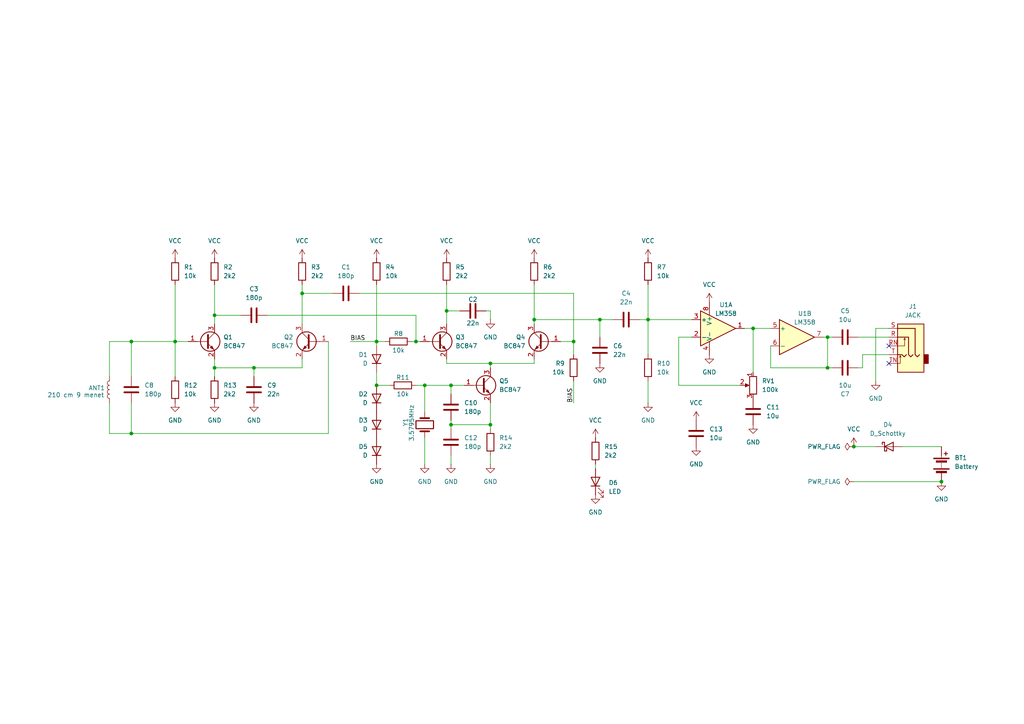
<source format=kicad_sch>
(kicad_sch (version 20250114) (generator "eeschema") (generator_version "9.0")
  (paper "A4")
  (title_block (title "ARDF 80m RX - transistor SBM version") (date "2025-06-28") (company "HA3PB") (comment 1 "Weisz Pál"))
  (lib_symbols
    (symbol "Amplifier_Operational:LM358" (pin_names (offset 0.127))
      (property "Reference" "U" (at 0 5.08 0))
      (property "Value" "LM358" (at 0 -5.08 0))
      (symbol "LM358_1_1"
        (polyline (pts (xy -5.08 5.08) (xy 5.08 0) (xy -5.08 -5.08) (xy -5.08 5.08)) (stroke (width 0.254)) (fill (type background)))
        (pin input line (at -7.62 2.54 0) (length 2.54) (name "+") (number "3"))
        (pin input line (at -7.62 -2.54 0) (length 2.54) (name "-") (number "2"))
        (pin output line (at 7.62 0 180) (length 2.54) (name "~") (number "1"))
      )
      (symbol "LM358_2_1"
        (polyline (pts (xy -5.08 5.08) (xy 5.08 0) (xy -5.08 -5.08) (xy -5.08 5.08)) (stroke (width 0.254)) (fill (type background)))
        (pin input line (at -7.62 2.54 0) (length 2.54) (name "+") (number "5"))
        (pin input line (at -7.62 -2.54 0) (length 2.54) (name "-") (number "6"))
        (pin output line (at 7.62 0 180) (length 2.54) (name "~") (number "7"))
      )
      (symbol "LM358_3_1"
        (pin power_in line (at -2.54 7.62 270) (length 3.81) (name "V+") (number "8"))
        (pin power_in line (at -2.54 -7.62 90) (length 3.81) (name "V-") (number "4"))
      )
    )
    (symbol "Connector_Audio:AudioJack3_SwitchTR"
      (property "Reference" "J" (at 0 8.89 0))
      (property "Value" "AudioJack3_SwitchTR" (at 0 6.35 0))
      (symbol "AudioJack3_SwitchTR_0_1"
        (rectangle (start -5.08 -5.08) (end -6.35 -7.62) (stroke (width 0.254)) (fill (type outline)))
        (polyline (pts (xy -1.905 -5.08) (xy -1.27 -5.715) (xy -0.635 -5.08) (xy -0.635 0) (xy 2.54 0)) (stroke (width 0.254)))
        (polyline (pts (xy 0 -5.08) (xy 0.635 -5.715) (xy 1.27 -5.08) (xy 2.54 -5.08)) (stroke (width 0.254)))
        (polyline (pts (xy 0.508 -0.254) (xy 0.762 -0.762)))
        (polyline (pts (xy 1.778 -5.334) (xy 2.032 -5.842)))
        (rectangle (start 2.54 3.81) (end -5.08 -10.16) (stroke (width 0.254)) (fill (type background)))
        (polyline (pts (xy 2.54 2.54) (xy -2.54 2.54) (xy -2.54 -5.08) (xy -3.175 -5.715) (xy -3.81 -5.08)) (stroke (width 0.254)))
        (polyline (pts (xy 2.54 -2.54) (xy 0.508 -2.54) (xy 0.508 -0.254) (xy 0.254 -0.762)))
        (polyline (pts (xy 2.54 -7.62) (xy 1.778 -7.62) (xy 1.778 -5.334) (xy 1.524 -5.842)))
      )
      (symbol "AudioJack3_SwitchTR_1_1"
        (pin passive line (at 5.08 2.54 180) (length 2.54) (name "~") (number "S"))
        (pin passive line (at 5.08 0 180) (length 2.54) (name "~") (number "R"))
        (pin passive line (at 5.08 -2.54 180) (length 2.54) (name "~") (number "RN"))
        (pin passive line (at 5.08 -5.08 180) (length 2.54) (name "~") (number "T"))
        (pin passive line (at 5.08 -7.62 180) (length 2.54) (name "~") (number "TN"))
      )
    )
    (symbol "Device:Battery" (pin_numbers (hide yes)) (pin_names (offset 0) (hide yes))
      (property "Reference" "BT" (at 2.54 2.54 0))
      (property "Value" "Battery" (at 2.54 0 0))
      (symbol "Battery_0_1"
        (rectangle (start -2.286 1.778) (end 2.286 1.524) (fill (type outline)))
        (rectangle (start -2.286 -1.27) (end 2.286 -1.524) (fill (type outline)))
        (rectangle (start -1.524 1.016) (end 1.524 0.508) (fill (type outline)))
        (rectangle (start -1.524 -2.032) (end 1.524 -2.54) (fill (type outline)))
        (polyline (pts (xy 0 1.778) (xy 0 2.54)))
        (polyline (pts (xy 0 0) (xy 0 0.254)))
        (polyline (pts (xy 0 -0.508) (xy 0 -0.254)))
        (polyline (pts (xy 0 -1.016) (xy 0 -0.762)))
        (polyline (pts (xy 0.762 3.048) (xy 1.778 3.048)) (stroke (width 0.254)))
        (polyline (pts (xy 1.27 3.556) (xy 1.27 2.54)) (stroke (width 0.254)))
      )
      (symbol "Battery_1_1"
        (pin passive line (at 0 5.08 270) (length 2.54) (name "+") (number "1"))
        (pin passive line (at 0 -5.08 90) (length 2.54) (name "-") (number "2"))
      )
    )
    (symbol "Device:C" (pin_numbers (hide yes)) (pin_names (offset 0.254))
      (property "Reference" "C" (at 0.635 2.54 0))
      (property "Value" "C" (at 0.635 -2.54 0))
      (symbol "C_0_1"
        (polyline (pts (xy -2.032 0.762) (xy 2.032 0.762)) (stroke (width 0.508)))
        (polyline (pts (xy -2.032 -0.762) (xy 2.032 -0.762)) (stroke (width 0.508)))
      )
      (symbol "C_1_1"
        (pin passive line (at 0 3.81 270) (length 2.794) (name "~") (number "1"))
        (pin passive line (at 0 -3.81 90) (length 2.794) (name "~") (number "2"))
      )
    )
    (symbol "Device:Crystal" (pin_numbers (hide yes)) (pin_names (offset 1.016) (hide yes))
      (property "Reference" "Y" (at 0 3.81 0))
      (property "Value" "Crystal" (at 0 -3.81 0))
      (symbol "Crystal_0_1"
        (polyline (pts (xy -2.54 0) (xy -1.905 0)))
        (polyline (pts (xy -1.905 -1.27) (xy -1.905 1.27)) (stroke (width 0.508)))
        (rectangle (start -1.143 2.54) (end 1.143 -2.54) (stroke (width 0.3048)))
        (polyline (pts (xy 1.905 -1.27) (xy 1.905 1.27)) (stroke (width 0.508)))
        (polyline (pts (xy 2.54 0) (xy 1.905 0)))
      )
      (symbol "Crystal_1_1"
        (pin passive line (at -3.81 0 0) (length 1.27) (name "1") (number "1"))
        (pin passive line (at 3.81 0 180) (length 1.27) (name "2") (number "2"))
      )
    )
    (symbol "Device:D" (pin_numbers (hide yes)) (pin_names (offset 1.016) (hide yes))
      (property "Reference" "D" (at 0 2.54 0))
      (property "Value" "D" (at 0 -2.54 0))
      (symbol "D_0_1"
        (polyline (pts (xy -1.27 1.27) (xy -1.27 -1.27)) (stroke (width 0.254)))
        (polyline (pts (xy 1.27 1.27) (xy 1.27 -1.27) (xy -1.27 0) (xy 1.27 1.27)) (stroke (width 0.254)))
        (polyline (pts (xy 1.27 0) (xy -1.27 0)))
      )
      (symbol "D_1_1"
        (pin passive line (at -3.81 0 0) (length 2.54) (name "K") (number "1"))
        (pin passive line (at 3.81 0 180) (length 2.54) (name "A") (number "2"))
      )
    )
    (symbol "Device:D_Schottky" (pin_numbers (hide yes)) (pin_names (offset 1.016) (hide yes))
      (property "Reference" "D" (at 0 2.54 0))
      (property "Value" "D_Schottky" (at 0 -2.54 0))
      (symbol "D_Schottky_0_1"
        (polyline (pts (xy -1.905 0.635) (xy -1.905 1.27) (xy -1.27 1.27) (xy -1.27 -1.27) (xy -0.635 -1.27) (xy -0.635 -0.635)) (stroke (width 0.254)))
        (polyline (pts (xy 1.27 1.27) (xy 1.27 -1.27) (xy -1.27 0) (xy 1.27 1.27)) (stroke (width 0.254)))
        (polyline (pts (xy 1.27 0) (xy -1.27 0)))
      )
      (symbol "D_Schottky_1_1"
        (pin passive line (at -3.81 0 0) (length 2.54) (name "K") (number "1"))
        (pin passive line (at 3.81 0 180) (length 2.54) (name "A") (number "2"))
      )
    )
    (symbol "Device:L" (pin_numbers (hide yes)) (pin_names (offset 1.016) (hide yes))
      (property "Reference" "L" (at -1.27 0 90))
      (property "Value" "L" (at 1.905 0 90))
      (symbol "L_0_1"
        (arc (start 0 2.54) (mid 0.6323 1.905) (end 0 1.27))
        (arc (start 0 1.27) (mid 0.6323 0.635) (end 0 0))
        (arc (start 0 0) (mid 0.6323 -0.635) (end 0 -1.27))
        (arc (start 0 -1.27) (mid 0.6323 -1.905) (end 0 -2.54))
      )
      (symbol "L_1_1"
        (pin passive line (at 0 3.81 270) (length 1.27) (name "1") (number "1"))
        (pin passive line (at 0 -3.81 90) (length 1.27) (name "2") (number "2"))
      )
    )
    (symbol "Device:LED" (pin_numbers (hide yes)) (pin_names (offset 1.016) (hide yes))
      (property "Reference" "D" (at 0 2.54 0))
      (property "Value" "LED" (at 0 -2.54 0))
      (symbol "LED_0_1"
        (polyline (pts (xy -3.048 -0.762) (xy -4.572 -2.286) (xy -3.81 -2.286) (xy -4.572 -2.286) (xy -4.572 -1.524)))
        (polyline (pts (xy -1.778 -0.762) (xy -3.302 -2.286) (xy -2.54 -2.286) (xy -3.302 -2.286) (xy -3.302 -1.524)))
        (polyline (pts (xy -1.27 0) (xy 1.27 0)))
        (polyline (pts (xy -1.27 -1.27) (xy -1.27 1.27)) (stroke (width 0.254)))
        (polyline (pts (xy 1.27 -1.27) (xy 1.27 1.27) (xy -1.27 0) (xy 1.27 -1.27)) (stroke (width 0.254)))
      )
      (symbol "LED_1_1"
        (pin passive line (at -3.81 0 0) (length 2.54) (name "K") (number "1"))
        (pin passive line (at 3.81 0 180) (length 2.54) (name "A") (number "2"))
      )
    )
    (symbol "Device:R" (pin_numbers (hide yes)) (pin_names (offset 0))
      (property "Reference" "R" (at 2.032 0 90))
      (property "Value" "R" (at 0 0 90))
      (symbol "R_0_1"
        (rectangle (start -1.016 -2.54) (end 1.016 2.54) (stroke (width 0.254)))
      )
      (symbol "R_1_1"
        (pin passive line (at 0 3.81 270) (length 1.27) (name "~") (number "1"))
        (pin passive line (at 0 -3.81 90) (length 1.27) (name "~") (number "2"))
      )
    )
    (symbol "Device:R_Potentiometer" (pin_names (offset 1.016) (hide yes))
      (property "Reference" "RV" (at -4.445 0 90))
      (property "Value" "R_Potentiometer" (at -2.54 0 90))
      (symbol "R_Potentiometer_0_1"
        (rectangle (start 1.016 2.54) (end -1.016 -2.54) (stroke (width 0.254)))
        (polyline (pts (xy 1.143 0) (xy 2.286 0.508) (xy 2.286 -0.508) (xy 1.143 0)) (fill (type outline)))
        (polyline (pts (xy 2.54 0) (xy 1.524 0)))
      )
      (symbol "R_Potentiometer_1_1"
        (pin passive line (at 0 3.81 270) (length 1.27) (name "1") (number "1"))
        (pin passive line (at 0 -3.81 90) (length 1.27) (name "3") (number "3"))
        (pin passive line (at 3.81 0 180) (length 1.27) (name "2") (number "2"))
      )
    )
    (symbol "Transistor_BJT:BC847" (pin_names (offset 0) (hide yes))
      (property "Reference" "Q" (at 5.08 1.905 0))
      (property "Value" "BC847" (at 5.08 0 0))
      (symbol "BC847_0_1"
        (polyline (pts (xy -2.54 0) (xy 0.635 0)))
        (polyline (pts (xy 0.635 1.905) (xy 0.635 -1.905)) (stroke (width 0.508)))
        (circle (center 1.27 0) (radius 2.8194) (stroke (width 0.254)))
      )
      (symbol "BC847_1_1"
        (polyline (pts (xy 0.635 0.635) (xy 2.54 2.54)))
        (polyline (pts (xy 0.635 -0.635) (xy 2.54 -2.54)))
        (polyline (pts (xy 1.27 -1.778) (xy 1.778 -1.27) (xy 2.286 -2.286) (xy 1.27 -1.778)) (fill (type outline)))
        (pin input line (at -5.08 0 0) (length 2.54) (name "B") (number "1"))
        (pin passive line (at 2.54 5.08 270) (length 2.54) (name "C") (number "3"))
        (pin passive line (at 2.54 -5.08 90) (length 2.54) (name "E") (number "2"))
      )
    )
    (symbol "power:GND" (power) (pin_numbers (hide yes)) (pin_names (offset 0) (hide yes))
      (property "Value" "GND" (at 0 -3.81 0))
      (symbol "GND_0_1"
        (polyline (pts (xy 0 0) (xy 0 -1.27) (xy 1.27 -1.27) (xy 0 -2.54) (xy -1.27 -1.27) (xy 0 -1.27)))
      )
      (symbol "GND_1_1"
        (pin power_in line (at 0 0 270) (length 0) (name "~") (number "1"))
      )
    )
    (symbol "power:PWR_FLAG" (power) (pin_numbers (hide yes)) (pin_names (offset 0) (hide yes))
      (property "Value" "PWR_FLAG" (at 0 3.81 0))
      (symbol "PWR_FLAG_0_0"
        (pin power_out line (at 0 0 90) (length 0) (name "~") (number "1"))
      )
      (symbol "PWR_FLAG_0_1"
        (polyline (pts (xy 0 0) (xy 0 1.27) (xy -1.016 1.905) (xy 0 2.54) (xy 1.016 1.905) (xy 0 1.27)))
      )
    )
    (symbol "power:VCC" (power) (pin_numbers (hide yes)) (pin_names (offset 0) (hide yes))
      (property "Value" "VCC" (at 0 3.556 0))
      (symbol "VCC_0_1"
        (polyline (pts (xy -0.762 1.27) (xy 0 2.54)))
        (polyline (pts (xy 0 2.54) (xy 0.762 1.27)))
        (polyline (pts (xy 0 0) (xy 0 2.54)))
      )
      (symbol "VCC_1_1"
        (pin power_in line (at 0 0 90) (length 0) (name "~") (number "1"))
      )
    )
  )
  (junction (at 120.65 99.06))
  (junction (at 62.23 106.68))
  (junction (at 142.24 105.41))
  (junction (at 62.23 91.44))
  (junction (at 73.66 106.68))
  (junction (at 240.03 97.79))
  (junction (at 240.03 106.68))
  (junction (at 129.54 90.17))
  (junction (at 50.8 99.06))
  (junction (at 130.81 111.76))
  (junction (at 38.1 125.73))
  (junction (at 273.05 139.7))
  (junction (at 87.63 85.09))
  (junction (at 109.22 111.76))
  (junction (at 247.65 129.54))
  (junction (at 187.96 92.71))
  (junction (at 38.1 99.06))
  (junction (at 154.94 92.71))
  (junction (at 123.19 111.76))
  (junction (at 218.44 95.25))
  (junction (at 109.22 99.06))
  (junction (at 130.81 123.19))
  (junction (at 166.37 99.06))
  (junction (at 173.99 92.71))
  (junction (at 142.24 123.19))
  (no_connect (at 257.81 100.33))
  (no_connect (at 257.81 105.41))
  (wire (pts (xy 218.44 95.25) (xy 218.44 107.95)))
  (wire (pts (xy 166.37 99.06) (xy 162.56 99.06)))
  (wire (pts (xy 123.19 127) (xy 123.19 134.62)))
  (wire (pts (xy 38.1 125.73) (xy 38.1 116.84)))
  (wire (pts (xy 62.23 82.55) (xy 62.23 91.44)))
  (wire (pts (xy 31.75 109.22) (xy 31.75 99.06)))
  (wire (pts (xy 38.1 125.73) (xy 31.75 125.73)))
  (wire (pts (xy 120.65 111.76) (xy 123.19 111.76)))
  (wire (pts (xy 223.52 106.68) (xy 240.03 106.68)))
  (wire (pts (xy 173.99 92.71) (xy 173.99 97.79)))
  (wire (pts (xy 119.38 99.06) (xy 120.65 99.06)))
  (wire (pts (xy 187.96 92.71) (xy 200.66 92.71)))
  (wire (pts (xy 247.65 139.7) (xy 273.05 139.7)))
  (wire (pts (xy 129.54 90.17) (xy 129.54 93.98)))
  (wire (pts (xy 240.03 97.79) (xy 240.03 106.68)))
  (wire (pts (xy 142.24 123.19) (xy 130.81 123.19)))
  (wire (pts (xy 257.81 95.25) (xy 254 95.25)))
  (wire (pts (xy 87.63 85.09) (xy 96.52 85.09)))
  (wire (pts (xy 129.54 82.55) (xy 129.54 90.17)))
  (wire (pts (xy 62.23 91.44) (xy 62.23 93.98)))
  (wire (pts (xy 247.65 129.54) (xy 254 129.54)))
  (wire (pts (xy 172.72 135.89) (xy 172.72 134.62)))
  (wire (pts (xy 73.66 106.68) (xy 73.66 109.22)))
  (wire (pts (xy 196.85 97.79) (xy 200.66 97.79)))
  (wire (pts (xy 62.23 91.44) (xy 69.85 91.44)))
  (wire (pts (xy 130.81 111.76) (xy 130.81 114.3)))
  (wire (pts (xy 95.25 99.06) (xy 95.25 125.73)))
  (wire (pts (xy 73.66 106.68) (xy 87.63 106.68)))
  (wire (pts (xy 240.03 106.68) (xy 241.3 106.68)))
  (wire (pts (xy 187.96 116.84) (xy 187.96 110.49)))
  (wire (pts (xy 187.96 92.71) (xy 187.96 102.87)))
  (wire (pts (xy 185.42 92.71) (xy 187.96 92.71)))
  (wire (pts (xy 250.19 106.68) (xy 250.19 102.87)))
  (wire (pts (xy 62.23 106.68) (xy 73.66 106.68)))
  (wire (pts (xy 142.24 116.84) (xy 142.24 123.19)))
  (wire (pts (xy 109.22 99.06) (xy 109.22 100.33)))
  (wire (pts (xy 223.52 100.33) (xy 223.52 106.68)))
  (wire (pts (xy 187.96 92.71) (xy 187.96 82.55)))
  (wire (pts (xy 142.24 106.68) (xy 142.24 105.41)))
  (wire (pts (xy 87.63 104.14) (xy 87.63 106.68)))
  (wire (pts (xy 31.75 125.73) (xy 31.75 116.84)))
  (wire (pts (xy 120.65 91.44) (xy 120.65 99.06)))
  (wire (pts (xy 173.99 92.71) (xy 177.8 92.71)))
  (wire (pts (xy 240.03 97.79) (xy 241.3 97.79)))
  (wire (pts (xy 142.24 90.17) (xy 140.97 90.17)))
  (wire (pts (xy 50.8 99.06) (xy 54.61 99.06)))
  (wire (pts (xy 261.62 129.54) (xy 273.05 129.54)))
  (wire (pts (xy 101.6 99.06) (xy 109.22 99.06)))
  (wire (pts (xy 120.65 99.06) (xy 121.92 99.06)))
  (wire (pts (xy 238.76 97.79) (xy 240.03 97.79)))
  (wire (pts (xy 123.19 119.38) (xy 123.19 111.76)))
  (wire (pts (xy 109.22 82.55) (xy 109.22 99.06)))
  (wire (pts (xy 248.92 106.68) (xy 250.19 106.68)))
  (wire (pts (xy 215.9 95.25) (xy 218.44 95.25)))
  (wire (pts (xy 123.19 111.76) (xy 130.81 111.76)))
  (wire (pts (xy 62.23 104.14) (xy 62.23 106.68)))
  (wire (pts (xy 109.22 99.06) (xy 111.76 99.06)))
  (wire (pts (xy 50.8 99.06) (xy 50.8 109.22)))
  (wire (pts (xy 31.75 99.06) (xy 38.1 99.06)))
  (wire (pts (xy 95.25 125.73) (xy 38.1 125.73)))
  (wire (pts (xy 50.8 82.55) (xy 50.8 99.06)))
  (wire (pts (xy 129.54 105.41) (xy 142.24 105.41)))
  (wire (pts (xy 248.92 97.79) (xy 257.81 97.79)))
  (wire (pts (xy 130.81 111.76) (xy 134.62 111.76)))
  (wire (pts (xy 130.81 123.19) (xy 130.81 121.92)))
  (wire (pts (xy 254 95.25) (xy 254 110.49)))
  (wire (pts (xy 130.81 124.46) (xy 130.81 123.19)))
  (wire (pts (xy 142.24 105.41) (xy 154.94 105.41)))
  (wire (pts (xy 214.63 111.76) (xy 196.85 111.76)))
  (wire (pts (xy 154.94 92.71) (xy 173.99 92.71)))
  (wire (pts (xy 38.1 99.06) (xy 50.8 99.06)))
  (wire (pts (xy 87.63 85.09) (xy 87.63 93.98)))
  (wire (pts (xy 154.94 82.55) (xy 154.94 92.71)))
  (wire (pts (xy 130.81 134.62) (xy 130.81 132.08)))
  (wire (pts (xy 154.94 92.71) (xy 154.94 93.98)))
  (wire (pts (xy 166.37 85.09) (xy 166.37 99.06)))
  (wire (pts (xy 129.54 90.17) (xy 133.35 90.17)))
  (wire (pts (xy 62.23 106.68) (xy 62.23 109.22)))
  (wire (pts (xy 250.19 102.87) (xy 257.81 102.87)))
  (wire (pts (xy 109.22 107.95) (xy 109.22 111.76)))
  (wire (pts (xy 166.37 116.84) (xy 166.37 110.49)))
  (wire (pts (xy 142.24 92.71) (xy 142.24 90.17)))
  (wire (pts (xy 196.85 111.76) (xy 196.85 97.79)))
  (wire (pts (xy 104.14 85.09) (xy 166.37 85.09)))
  (wire (pts (xy 142.24 124.46) (xy 142.24 123.19)))
  (wire (pts (xy 142.24 134.62) (xy 142.24 132.08)))
  (wire (pts (xy 87.63 82.55) (xy 87.63 85.09)))
  (wire (pts (xy 129.54 105.41) (xy 129.54 104.14)))
  (wire (pts (xy 218.44 95.25) (xy 223.52 95.25)))
  (wire (pts (xy 38.1 99.06) (xy 38.1 109.22)))
  (wire (pts (xy 166.37 99.06) (xy 166.37 102.87)))
  (wire (pts (xy 154.94 105.41) (xy 154.94 104.14)))
  (wire (pts (xy 77.47 91.44) (xy 120.65 91.44)))
  (wire (pts (xy 109.22 111.76) (xy 113.03 111.76)))
  (label "BIAS" (at 166.37 116.84 90))
  (label "BIAS" (at 101.6 99.06 0))
  (symbol (lib_id "power:GND") (at 205.74 102.87 0) (unit 1)
    (property "Reference" "#PWR010" (effects (hide yes)))
    (property "Value" "GND" (at 205.74 107.95 0))
    (property "Description" "Power symbol creates a global label with name \"GND\" , ground" (effects (hide yes)))
  )
  (symbol (lib_id "Device:R") (at 62.23 113.03 0) (unit 1)
    (property "Reference" "R13" (at 64.77 111.7599 0) (effects (justify left)))
    (property "Value" "2k2" (at 64.77 114.2999 0) (effects (justify left)))
    (property "Footprint" "Resistor_SMD:R_0805_2012Metric_Pad1.20x1.40mm_HandSolder" (effects (hide yes)))
    (property "Description" "Resistor" (effects (hide yes)))
  )
  (symbol (lib_id "Device:Crystal") (at 123.19 123.19 90) (unit 1)
    (property "Reference" "Y1" (at 117.602 123.698 0) (effects (justify left)))
    (property "Value" "3.5795MHz" (at 119.38 128.016 0) (effects (justify left)))
    (property "Footprint" "Crystal:Crystal_HC49-4H_Vertical" (effects (hide yes)))
    (property "Description" "Two pin crystal" (effects (hide yes)))
  )
  (symbol (lib_id "Device:C") (at 100.33 85.09 90) (unit 1)
    (property "Reference" "C1" (at 100.33 77.47 90))
    (property "Value" "180p" (at 100.33 80.01 90))
    (property "Footprint" "Capacitor_SMD:C_0805_2012Metric_Pad1.18x1.45mm_HandSolder" (effects (hide yes)))
    (property "Description" "Unpolarized capacitor" (effects (hide yes)))
  )
  (symbol (lib_id "power:GND") (at 142.24 134.62 0) (unit 1)
    (property "Reference" "#PWR022" (effects (hide yes)))
    (property "Value" "GND" (at 142.24 139.7 0))
    (property "Description" "Power symbol creates a global label with name \"GND\" , ground" (effects (hide yes)))
  )
  (symbol (lib_id "Device:C") (at 38.1 113.03 0) (unit 1)
    (property "Reference" "C8" (at 41.91 111.7599 0) (effects (justify left)))
    (property "Value" "180p" (at 41.91 114.2999 0) (effects (justify left)))
    (property "Footprint" "Capacitor_SMD:C_0805_2012Metric_Pad1.18x1.45mm_HandSolder" (effects (hide yes)))
    (property "Description" "Unpolarized capacitor" (effects (hide yes)))
  )
  (symbol (lib_id "power:VCC") (at 109.22 74.93 0) (unit 1)
    (property "Reference" "#PWR04" (effects (hide yes)))
    (property "Value" "VCC" (at 109.22 69.85 0))
    (property "Description" "Power symbol creates a global label with name \"VCC\"" (effects (hide yes)))
  )
  (symbol (lib_id "Device:D_Schottky") (at 257.81 129.54 0) (unit 1)
    (property "Reference" "D4" (at 257.4925 123.19 0))
    (property "Value" "D_Schottky" (at 257.4925 125.73 0))
    (property "Footprint" "Diode_SMD:D_SMB_Handsoldering" (effects (hide yes)))
    (property "Description" "Schottky diode" (effects (hide yes)))
  )
  (symbol (lib_id "power:GND") (at 254 110.49 0) (mirror y) (unit 1)
    (property "Reference" "#PWR012" (effects (hide yes)))
    (property "Value" "GND" (at 254 115.57 0))
    (property "Description" "Power symbol creates a global label with name \"GND\" , ground" (effects (hide yes)))
  )
  (symbol (lib_id "Connector_Audio:AudioJack3_SwitchTR") (at 262.89 97.79 0) (mirror y) (unit 1)
    (property "Reference" "J1" (at 264.795 88.9 0))
    (property "Value" "JACK" (at 264.795 91.44 0))
    (property "Footprint" "Connector_Audio:Jack_3.5mm_CUI_SJ1-3525N_Horizontal" (effects (hide yes)))
    (property "Description" "Audio Jack, 3 Poles (Stereo / TRS), Switched TR Poles (Normalling)" (effects (hide yes)))
  )
  (symbol (lib_id "power:GND") (at 201.93 129.54 0) (unit 1)
    (property "Reference" "#PWR025" (effects (hide yes)))
    (property "Value" "GND" (at 201.93 134.62 0))
    (property "Description" "Power symbol creates a global label with name \"GND\" , ground" (effects (hide yes)))
  )
  (symbol (lib_id "Device:D") (at 109.22 104.14 270) (mirror x) (unit 1)
    (property "Reference" "D1" (at 106.68 102.8699 90) (effects (justify right)))
    (property "Value" "D" (at 106.68 105.4099 90) (effects (justify right)))
    (property "Footprint" "Diode_SMD:D_0805_2012Metric_Pad1.15x1.40mm_HandSolder" (effects (hide yes)))
    (property "Description" "Diode" (effects (hide yes)))
    (property "Sim.Device" "D" (effects (hide yes)))
    (property "Sim.Pins" "1=K 2=A" (effects (hide yes)))
  )
  (symbol (lib_id "Device:R") (at 166.37 106.68 0) (mirror y) (unit 1)
    (property "Reference" "R9" (at 163.83 105.4099 0) (effects (justify left)))
    (property "Value" "10k" (at 163.83 107.9499 0) (effects (justify left)))
    (property "Footprint" "Resistor_SMD:R_0805_2012Metric_Pad1.20x1.40mm_HandSolder" (effects (hide yes)))
    (property "Description" "Resistor" (effects (hide yes)))
  )
  (symbol (lib_id "Transistor_BJT:BC847") (at 139.7 111.76 0) (unit 1)
    (property "Reference" "Q5" (at 144.78 110.4899 0) (effects (justify left)))
    (property "Value" "BC847" (at 144.78 113.0299 0) (effects (justify left)))
    (property "Footprint" "Package_TO_SOT_SMD:SOT-23" (effects (hide yes)))
    (property "Datasheet" "http://www.infineon.com/dgdl/Infineon-BC847SERIES_BC848SERIES_BC849SERIES_BC850SERIES-DS-v01_01-en.pdf?fileId=db3a304314dca389011541d4630a1657" (effects (hide yes)))
    (property "Description" "0.1A Ic, 45V Vce, NPN Transistor, SOT-23" (effects (hide yes)))
  )
  (symbol (lib_id "power:GND") (at 62.23 116.84 0) (unit 1)
    (property "Reference" "#PWR014" (effects (hide yes)))
    (property "Value" "GND" (at 62.23 121.92 0))
    (property "Description" "Power symbol creates a global label with name \"GND\" , ground" (effects (hide yes)))
  )
  (symbol (lib_id "Device:R_Potentiometer") (at 218.44 111.76 0) (mirror y) (unit 1)
    (property "Reference" "RV1" (at 220.98 110.4899 0) (effects (justify right)))
    (property "Value" "100k" (at 220.98 113.0299 0) (effects (justify right)))
    (property "Footprint" "Potentiometer_THT:Potentiometer_ACP_CA9-V10_Vertical" (effects (hide yes)))
    (property "Description" "Potentiometer" (effects (hide yes)))
  )
  (symbol (lib_id "power:VCC") (at 201.93 121.92 0) (unit 1)
    (property "Reference" "#PWR024" (effects (hide yes)))
    (property "Value" "VCC" (at 201.93 116.84 0))
    (property "Description" "Power symbol creates a global label with name \"VCC\"" (effects (hide yes)))
  )
  (symbol (lib_id "power:VCC") (at 172.72 127 0) (unit 1)
    (property "Reference" "#PWR027" (effects (hide yes)))
    (property "Value" "VCC" (at 172.72 121.92 0))
    (property "Description" "Power symbol creates a global label with name \"VCC\"" (effects (hide yes)))
  )
  (symbol (lib_id "power:GND") (at 109.22 134.62 0) (unit 1)
    (property "Reference" "#PWR019" (effects (hide yes)))
    (property "Value" "GND" (at 109.22 139.7 0))
    (property "Description" "Power symbol creates a global label with name \"GND\" , ground" (effects (hide yes)))
  )
  (symbol (lib_id "Device:C") (at 245.11 106.68 270) (unit 1)
    (property "Reference" "C7" (at 245.11 114.3 90))
    (property "Value" "10u" (at 245.11 111.76 90))
    (property "Footprint" "Capacitor_SMD:C_0805_2012Metric_Pad1.18x1.45mm_HandSolder" (effects (hide yes)))
    (property "Description" "Unpolarized capacitor" (effects (hide yes)))
  )
  (symbol (lib_id "power:VCC") (at 129.54 74.93 0) (unit 1)
    (property "Reference" "#PWR05" (effects (hide yes)))
    (property "Value" "VCC" (at 129.54 69.85 0))
    (property "Description" "Power symbol creates a global label with name \"VCC\"" (effects (hide yes)))
  )
  (symbol (lib_id "power:GND") (at 50.8 116.84 0) (unit 1)
    (property "Reference" "#PWR013" (effects (hide yes)))
    (property "Value" "GND" (at 50.8 121.92 0))
    (property "Description" "Power symbol creates a global label with name \"GND\" , ground" (effects (hide yes)))
  )
  (symbol (lib_id "Device:C") (at 218.44 119.38 0) (unit 1)
    (property "Reference" "C11" (at 222.25 118.1099 0) (effects (justify left)))
    (property "Value" "10u" (at 222.25 120.6499 0) (effects (justify left)))
    (property "Footprint" "Capacitor_SMD:C_0805_2012Metric_Pad1.18x1.45mm_HandSolder" (effects (hide yes)))
    (property "Description" "Unpolarized capacitor" (effects (hide yes)))
  )
  (symbol (lib_id "power:GND") (at 273.05 139.7 0) (mirror y) (unit 1)
    (property "Reference" "#PWR023" (effects (hide yes)))
    (property "Value" "GND" (at 273.05 144.78 0))
    (property "Description" "Power symbol creates a global label with name \"GND\" , ground" (effects (hide yes)))
  )
  (symbol (lib_id "power:GND") (at 173.99 105.41 0) (unit 1)
    (property "Reference" "#PWR011" (effects (hide yes)))
    (property "Value" "GND" (at 173.99 110.49 0))
    (property "Description" "Power symbol creates a global label with name \"GND\" , ground" (effects (hide yes)))
  )
  (symbol (lib_id "Device:R") (at 109.22 78.74 0) (unit 1)
    (property "Reference" "R4" (at 111.76 77.4699 0) (effects (justify left)))
    (property "Value" "10k" (at 111.76 80.0099 0) (effects (justify left)))
    (property "Footprint" "Resistor_SMD:R_0805_2012Metric_Pad1.20x1.40mm_HandSolder" (effects (hide yes)))
    (property "Description" "Resistor" (effects (hide yes)))
  )
  (symbol (lib_id "Device:D") (at 109.22 123.19 270) (mirror x) (unit 1)
    (property "Reference" "D3" (at 106.68 121.9199 90) (effects (justify right)))
    (property "Value" "D" (at 106.68 124.4599 90) (effects (justify right)))
    (property "Footprint" "Diode_SMD:D_0805_2012Metric_Pad1.15x1.40mm_HandSolder" (effects (hide yes)))
    (property "Description" "Diode" (effects (hide yes)))
    (property "Sim.Device" "D" (effects (hide yes)))
    (property "Sim.Pins" "1=K 2=A" (effects (hide yes)))
  )
  (symbol (lib_id "power:VCC") (at 205.74 87.63 0) (unit 1)
    (property "Reference" "#PWR08" (effects (hide yes)))
    (property "Value" "VCC" (at 205.74 82.55 0))
    (property "Description" "Power symbol creates a global label with name \"VCC\"" (effects (hide yes)))
  )
  (symbol (lib_id "Transistor_BJT:BC847") (at 90.17 99.06 0) (mirror y) (unit 1)
    (property "Reference" "Q2" (at 85.09 97.7899 0) (effects (justify left)))
    (property "Value" "BC847" (at 85.09 100.3299 0) (effects (justify left)))
    (property "Footprint" "Package_TO_SOT_SMD:SOT-23" (effects (hide yes)))
    (property "Datasheet" "http://www.infineon.com/dgdl/Infineon-BC847SERIES_BC848SERIES_BC849SERIES_BC850SERIES-DS-v01_01-en.pdf?fileId=db3a304314dca389011541d4630a1657" (effects (hide yes)))
    (property "Description" "0.1A Ic, 45V Vce, NPN Transistor, SOT-23" (effects (hide yes)))
  )
  (symbol (lib_id "Device:R") (at 50.8 113.03 0) (unit 1)
    (property "Reference" "R12" (at 53.34 111.7599 0) (effects (justify left)))
    (property "Value" "10k" (at 53.34 114.2999 0) (effects (justify left)))
    (property "Footprint" "Resistor_SMD:R_0805_2012Metric_Pad1.20x1.40mm_HandSolder" (effects (hide yes)))
    (property "Description" "Resistor" (effects (hide yes)))
  )
  (symbol (lib_id "Device:D") (at 109.22 115.57 270) (mirror x) (unit 1)
    (property "Reference" "D2" (at 106.68 114.2999 90) (effects (justify right)))
    (property "Value" "D" (at 106.68 116.8399 90) (effects (justify right)))
    (property "Footprint" "Diode_SMD:D_0805_2012Metric_Pad1.15x1.40mm_HandSolder" (effects (hide yes)))
    (property "Description" "Diode" (effects (hide yes)))
    (property "Sim.Device" "D" (effects (hide yes)))
    (property "Sim.Pins" "1=K 2=A" (effects (hide yes)))
  )
  (symbol (lib_id "Device:D") (at 109.22 130.81 270) (mirror x) (unit 1)
    (property "Reference" "D5" (at 106.68 129.5399 90) (effects (justify right)))
    (property "Value" "D" (at 106.68 132.0799 90) (effects (justify right)))
    (property "Footprint" "Diode_SMD:D_0805_2012Metric_Pad1.15x1.40mm_HandSolder" (effects (hide yes)))
    (property "Description" "Diode" (effects (hide yes)))
    (property "Sim.Device" "D" (effects (hide yes)))
    (property "Sim.Pins" "1=K 2=A" (effects (hide yes)))
  )
  (symbol (lib_id "Device:R") (at 50.8 78.74 0) (unit 1)
    (property "Reference" "R1" (at 53.34 77.4699 0) (effects (justify left)))
    (property "Value" "10k" (at 53.34 80.0099 0) (effects (justify left)))
    (property "Footprint" "Resistor_SMD:R_0805_2012Metric_Pad1.20x1.40mm_HandSolder" (effects (hide yes)))
    (property "Description" "Resistor" (effects (hide yes)))
  )
  (symbol (lib_id "power:GND") (at 172.72 143.51 0) (unit 1)
    (property "Reference" "#PWR026" (effects (hide yes)))
    (property "Value" "GND" (at 172.72 148.59 0))
    (property "Description" "Power symbol creates a global label with name \"GND\" , ground" (effects (hide yes)))
  )
  (symbol (lib_id "Device:R") (at 187.96 78.74 0) (unit 1)
    (property "Reference" "R7" (at 190.5 77.4699 0) (effects (justify left)))
    (property "Value" "10k" (at 190.5 80.0099 0) (effects (justify left)))
    (property "Footprint" "Resistor_SMD:R_0805_2012Metric_Pad1.20x1.40mm_HandSolder" (effects (hide yes)))
    (property "Description" "Resistor" (effects (hide yes)))
  )
  (symbol (lib_id "Device:R") (at 172.72 130.81 0) (unit 1)
    (property "Reference" "R15" (at 175.26 129.5399 0) (effects (justify left)))
    (property "Value" "2k2" (at 175.26 132.0799 0) (effects (justify left)))
    (property "Footprint" "Resistor_SMD:R_0805_2012Metric_Pad1.20x1.40mm_HandSolder" (effects (hide yes)))
    (property "Description" "Resistor" (effects (hide yes)))
  )
  (symbol (lib_id "Device:Battery") (at 273.05 134.62 0) (unit 1)
    (property "Reference" "BT1" (at 276.86 132.7784 0) (effects (justify left)))
    (property "Value" "Battery" (at 276.86 135.3184 0) (effects (justify left)))
    (property "Footprint" "Connector_PinHeader_2.54mm:PinHeader_2x01_P2.54mm_Vertical" (effects (hide yes)))
    (property "Description" "Multiple-cell battery" (effects (hide yes)))
  )
  (symbol (lib_id "Device:C") (at 73.66 113.03 0) (unit 1)
    (property "Reference" "C9" (at 77.47 111.7599 0) (effects (justify left)))
    (property "Value" "22n" (at 77.47 114.2999 0) (effects (justify left)))
    (property "Footprint" "Capacitor_SMD:C_0805_2012Metric_Pad1.18x1.45mm_HandSolder" (effects (hide yes)))
    (property "Description" "Unpolarized capacitor" (effects (hide yes)))
  )
  (symbol (lib_id "Device:C") (at 245.11 97.79 90) (unit 1)
    (property "Reference" "C5" (at 245.11 90.17 90))
    (property "Value" "10u" (at 245.11 92.71 90))
    (property "Footprint" "Capacitor_SMD:C_0805_2012Metric_Pad1.18x1.45mm_HandSolder" (effects (hide yes)))
    (property "Description" "Unpolarized capacitor" (effects (hide yes)))
  )
  (symbol (lib_id "power:PWR_FLAG") (at 247.65 129.54 90) (unit 1)
    (property "Reference" "#FLG01" (effects (hide yes)))
    (property "Value" "PWR_FLAG" (at 243.84 129.5399 90) (effects (justify left)))
    (property "Description" "Special symbol for telling ERC where power comes from" (effects (hide yes)))
  )
  (symbol (lib_id "power:GND") (at 123.19 134.62 0) (unit 1)
    (property "Reference" "#PWR020" (effects (hide yes)))
    (property "Value" "GND" (at 123.19 139.7 0))
    (property "Description" "Power symbol creates a global label with name \"GND\" , ground" (effects (hide yes)))
  )
  (symbol (lib_id "Device:R") (at 115.57 99.06 270) (unit 1)
    (property "Reference" "R8" (at 115.57 96.774 90))
    (property "Value" "10k" (at 115.57 101.6 90))
    (property "Footprint" "Resistor_SMD:R_0805_2012Metric_Pad1.20x1.40mm_HandSolder" (effects (hide yes)))
    (property "Description" "Resistor" (effects (hide yes)))
  )
  (symbol (lib_id "Device:R") (at 129.54 78.74 0) (unit 1)
    (property "Reference" "R5" (at 132.08 77.4699 0) (effects (justify left)))
    (property "Value" "2k2" (at 132.08 80.0099 0) (effects (justify left)))
    (property "Footprint" "Resistor_SMD:R_0805_2012Metric_Pad1.20x1.40mm_HandSolder" (effects (hide yes)))
    (property "Description" "Resistor" (effects (hide yes)))
  )
  (symbol (lib_id "Device:R") (at 62.23 78.74 0) (unit 1)
    (property "Reference" "R2" (at 64.77 77.4699 0) (effects (justify left)))
    (property "Value" "2k2" (at 64.77 80.0099 0) (effects (justify left)))
    (property "Footprint" "Resistor_SMD:R_0805_2012Metric_Pad1.20x1.40mm_HandSolder" (effects (hide yes)))
    (property "Description" "Resistor" (effects (hide yes)))
  )
  (symbol (lib_id "Device:R") (at 142.24 128.27 0) (unit 1)
    (property "Reference" "R14" (at 144.78 126.9999 0) (effects (justify left)))
    (property "Value" "2k2" (at 144.78 129.5399 0) (effects (justify left)))
    (property "Footprint" "Resistor_SMD:R_0805_2012Metric_Pad1.20x1.40mm_HandSolder" (effects (hide yes)))
    (property "Description" "Resistor" (effects (hide yes)))
  )
  (symbol (lib_id "power:VCC") (at 154.94 74.93 0) (unit 1)
    (property "Reference" "#PWR06" (effects (hide yes)))
    (property "Value" "VCC" (at 154.94 69.85 0))
    (property "Description" "Power symbol creates a global label with name \"VCC\"" (effects (hide yes)))
  )
  (symbol (lib_id "power:GND") (at 130.81 134.62 0) (unit 1)
    (property "Reference" "#PWR021" (effects (hide yes)))
    (property "Value" "GND" (at 130.81 139.7 0))
    (property "Description" "Power symbol creates a global label with name \"GND\" , ground" (effects (hide yes)))
  )
  (symbol (lib_id "Device:C") (at 130.81 128.27 0) (unit 1)
    (property "Reference" "C12" (at 134.62 126.9999 0) (effects (justify left)))
    (property "Value" "180p" (at 134.62 129.5399 0) (effects (justify left)))
    (property "Footprint" "Capacitor_SMD:C_0805_2012Metric_Pad1.18x1.45mm_HandSolder" (effects (hide yes)))
    (property "Description" "Unpolarized capacitor" (effects (hide yes)))
  )
  (symbol (lib_id "Transistor_BJT:BC847") (at 59.69 99.06 0) (unit 1)
    (property "Reference" "Q1" (at 64.77 97.7899 0) (effects (justify left)))
    (property "Value" "BC847" (at 64.77 100.3299 0) (effects (justify left)))
    (property "Footprint" "Package_TO_SOT_SMD:SOT-23" (effects (hide yes)))
    (property "Datasheet" "http://www.infineon.com/dgdl/Infineon-BC847SERIES_BC848SERIES_BC849SERIES_BC850SERIES-DS-v01_01-en.pdf?fileId=db3a304314dca389011541d4630a1657" (effects (hide yes)))
    (property "Description" "0.1A Ic, 45V Vce, NPN Transistor, SOT-23" (effects (hide yes)))
  )
  (symbol (lib_id "Amplifier_Operational:LM358") (at 208.28 95.25 0) (unit 1)
    (property "Reference" "U1" (at 210.566 88.392 0))
    (property "Value" "LM358" (at 210.566 90.932 0))
    (property "Footprint" "Package_SO:SOIC-8_3.9x4.9mm_P1.27mm" (effects (hide yes)))
    (property "Datasheet" "http://www.ti.com/lit/ds/symlink/lm2904-n.pdf" (effects (hide yes)))
    (property "Description" "Low-Power, Dual Operational Amplifiers, DIP-8/SOIC-8/TO-99-8" (effects (hide yes)))
  )
  (symbol (lib_id "power:VCC") (at 247.65 129.54 0) (unit 1)
    (property "Reference" "#PWR018" (effects (hide yes)))
    (property "Value" "VCC" (at 247.65 124.46 0))
    (property "Description" "Power symbol creates a global label with name \"VCC\"" (effects (hide yes)))
  )
  (symbol (lib_id "Device:C") (at 73.66 91.44 270) (mirror x) (unit 1)
    (property "Reference" "C3" (at 73.66 83.82 90))
    (property "Value" "180p" (at 73.66 86.36 90))
    (property "Footprint" "Capacitor_SMD:C_0805_2012Metric_Pad1.18x1.45mm_HandSolder" (effects (hide yes)))
    (property "Description" "Unpolarized capacitor" (effects (hide yes)))
  )
  (symbol (lib_id "power:GND") (at 73.66 116.84 0) (unit 1)
    (property "Reference" "#PWR015" (effects (hide yes)))
    (property "Value" "GND" (at 73.66 121.92 0))
    (property "Description" "Power symbol creates a global label with name \"GND\" , ground" (effects (hide yes)))
  )
  (symbol (lib_id "Device:L") (at 31.75 113.03 180) (unit 1)
    (property "Reference" "ANT1" (at 30.48 112.522 0) (effects (justify left)))
    (property "Value" "210 cm 9 menet" (at 30.226 114.554 0) (effects (justify left)))
    (property "Footprint" "Connector_PinHeader_2.54mm:PinHeader_2x01_P2.54mm_Vertical" (effects (hide yes)))
    (property "Description" "Inductor" (effects (hide yes)))
  )
  (symbol (lib_id "power:VCC") (at 62.23 74.93 0) (unit 1)
    (property "Reference" "#PWR02" (effects (hide yes)))
    (property "Value" "VCC" (at 62.23 69.85 0))
    (property "Description" "Power symbol creates a global label with name \"VCC\"" (effects (hide yes)))
  )
  (symbol (lib_id "Device:C") (at 181.61 92.71 90) (unit 1)
    (property "Reference" "C4" (at 181.61 85.09 90))
    (property "Value" "22n" (at 181.61 87.63 90))
    (property "Footprint" "Capacitor_SMD:C_0805_2012Metric_Pad1.18x1.45mm_HandSolder" (effects (hide yes)))
    (property "Description" "Unpolarized capacitor" (effects (hide yes)))
  )
  (symbol (lib_id "Device:R") (at 116.84 111.76 270) (unit 1)
    (property "Reference" "R11" (at 116.84 109.474 90))
    (property "Value" "10k" (at 116.84 114.3 90))
    (property "Footprint" "Resistor_SMD:R_0805_2012Metric_Pad1.20x1.40mm_HandSolder" (effects (hide yes)))
    (property "Description" "Resistor" (effects (hide yes)))
  )
  (symbol (lib_id "Amplifier_Operational:LM358") (at 208.28 95.25 0) (unit 3)
    (property "Reference" "U1" (effects (hide yes)))
    (property "Value" "LM358" (effects (hide yes)))
    (property "Footprint" "Package_SO:SOIC-8_3.9x4.9mm_P1.27mm" (effects (hide yes)))
    (property "Datasheet" "http://www.ti.com/lit/ds/symlink/lm2904-n.pdf" (effects (hide yes)))
    (property "Description" "Low-Power, Dual Operational Amplifiers, DIP-8/SOIC-8/TO-99-8" (effects (hide yes)))
  )
  (symbol (lib_id "Transistor_BJT:BC847") (at 157.48 99.06 0) (mirror y) (unit 1)
    (property "Reference" "Q4" (at 152.4 97.7899 0) (effects (justify left)))
    (property "Value" "BC847" (at 152.4 100.3299 0) (effects (justify left)))
    (property "Footprint" "Package_TO_SOT_SMD:SOT-23" (effects (hide yes)))
    (property "Datasheet" "http://www.infineon.com/dgdl/Infineon-BC847SERIES_BC848SERIES_BC849SERIES_BC850SERIES-DS-v01_01-en.pdf?fileId=db3a304314dca389011541d4630a1657" (effects (hide yes)))
    (property "Description" "0.1A Ic, 45V Vce, NPN Transistor, SOT-23" (effects (hide yes)))
  )
  (symbol (lib_id "Transistor_BJT:BC847") (at 127 99.06 0) (unit 1)
    (property "Reference" "Q3" (at 132.08 97.7899 0) (effects (justify left)))
    (property "Value" "BC847" (at 132.08 100.3299 0) (effects (justify left)))
    (property "Footprint" "Package_TO_SOT_SMD:SOT-23" (effects (hide yes)))
    (property "Datasheet" "http://www.infineon.com/dgdl/Infineon-BC847SERIES_BC848SERIES_BC849SERIES_BC850SERIES-DS-v01_01-en.pdf?fileId=db3a304314dca389011541d4630a1657" (effects (hide yes)))
    (property "Description" "0.1A Ic, 45V Vce, NPN Transistor, SOT-23" (effects (hide yes)))
  )
  (symbol (lib_id "Device:R") (at 154.94 78.74 0) (unit 1)
    (property "Reference" "R6" (at 157.48 77.4699 0) (effects (justify left)))
    (property "Value" "2k2" (at 157.48 80.0099 0) (effects (justify left)))
    (property "Footprint" "Resistor_SMD:R_0805_2012Metric_Pad1.20x1.40mm_HandSolder" (effects (hide yes)))
    (property "Description" "Resistor" (effects (hide yes)))
  )
  (symbol (lib_id "power:GND") (at 187.96 116.84 0) (unit 1)
    (property "Reference" "#PWR016" (effects (hide yes)))
    (property "Value" "GND" (at 187.96 121.92 0))
    (property "Description" "Power symbol creates a global label with name \"GND\" , ground" (effects (hide yes)))
  )
  (symbol (lib_id "power:PWR_FLAG") (at 247.65 139.7 90) (unit 1)
    (property "Reference" "#FLG02" (effects (hide yes)))
    (property "Value" "PWR_FLAG" (at 243.84 139.6999 90) (effects (justify left)))
    (property "Description" "Special symbol for telling ERC where power comes from" (effects (hide yes)))
  )
  (symbol (lib_id "Device:C") (at 130.81 118.11 0) (unit 1)
    (property "Reference" "C10" (at 134.62 116.8399 0) (effects (justify left)))
    (property "Value" "180p" (at 134.62 119.3799 0) (effects (justify left)))
    (property "Footprint" "Capacitor_SMD:C_0805_2012Metric_Pad1.18x1.45mm_HandSolder" (effects (hide yes)))
    (property "Description" "Unpolarized capacitor" (effects (hide yes)))
  )
  (symbol (lib_id "Device:C") (at 173.99 101.6 0) (unit 1)
    (property "Reference" "C6" (at 177.8 100.3299 0) (effects (justify left)))
    (property "Value" "22n" (at 177.8 102.8699 0) (effects (justify left)))
    (property "Footprint" "Capacitor_SMD:C_0805_2012Metric_Pad1.18x1.45mm_HandSolder" (effects (hide yes)))
    (property "Description" "Unpolarized capacitor" (effects (hide yes)))
  )
  (symbol (lib_id "power:VCC") (at 87.63 74.93 0) (unit 1)
    (property "Reference" "#PWR03" (effects (hide yes)))
    (property "Value" "VCC" (at 87.63 69.85 0))
    (property "Description" "Power symbol creates a global label with name \"VCC\"" (effects (hide yes)))
  )
  (symbol (lib_id "power:GND") (at 142.24 92.71 0) (unit 1)
    (property "Reference" "#PWR09" (effects (hide yes)))
    (property "Value" "GND" (at 142.24 97.79 0))
    (property "Description" "Power symbol creates a global label with name \"GND\" , ground" (effects (hide yes)))
  )
  (symbol (lib_id "Device:R") (at 87.63 78.74 0) (unit 1)
    (property "Reference" "R3" (at 90.17 77.4699 0) (effects (justify left)))
    (property "Value" "2k2" (at 90.17 80.0099 0) (effects (justify left)))
    (property "Footprint" "Resistor_SMD:R_0805_2012Metric_Pad1.20x1.40mm_HandSolder" (effects (hide yes)))
    (property "Description" "Resistor" (effects (hide yes)))
  )
  (symbol (lib_id "Device:C") (at 201.93 125.73 180) (unit 1)
    (property "Reference" "C13" (at 205.74 124.4599 0) (effects (justify right)))
    (property "Value" "10u" (at 205.74 126.9999 0) (effects (justify right)))
    (property "Footprint" "Capacitor_SMD:C_0805_2012Metric_Pad1.18x1.45mm_HandSolder" (effects (hide yes)))
    (property "Description" "Unpolarized capacitor" (effects (hide yes)))
  )
  (symbol (lib_id "Amplifier_Operational:LM358") (at 231.14 97.79 0) (unit 2)
    (property "Reference" "U1" (at 233.426 90.932 0))
    (property "Value" "LM358" (at 233.426 93.472 0))
    (property "Footprint" "Package_SO:SOIC-8_3.9x4.9mm_P1.27mm" (effects (hide yes)))
    (property "Datasheet" "http://www.ti.com/lit/ds/symlink/lm2904-n.pdf" (effects (hide yes)))
    (property "Description" "Low-Power, Dual Operational Amplifiers, DIP-8/SOIC-8/TO-99-8" (effects (hide yes)))
  )
  (symbol (lib_id "Device:LED") (at 172.72 139.7 90) (unit 1)
    (property "Reference" "D6" (at 176.53 140.0174 90) (effects (justify right)))
    (property "Value" "LED" (at 176.53 142.5574 90) (effects (justify right)))
    (property "Footprint" "LED_THT:LED_D3.0mm" (effects (hide yes)))
    (property "Description" "Light emitting diode" (effects (hide yes)))
    (property "Sim.Pins" "1=K 2=A" (effects (hide yes)))
  )
  (symbol (lib_id "power:GND") (at 218.44 123.19 0) (unit 1)
    (property "Reference" "#PWR017" (effects (hide yes)))
    (property "Value" "GND" (at 218.44 128.27 0))
    (property "Description" "Power symbol creates a global label with name \"GND\" , ground" (effects (hide yes)))
  )
  (symbol (lib_id "power:VCC") (at 187.96 74.93 0) (unit 1)
    (property "Reference" "#PWR07" (effects (hide yes)))
    (property "Value" "VCC" (at 187.96 69.85 0))
    (property "Description" "Power symbol creates a global label with name \"VCC\"" (effects (hide yes)))
  )
  (symbol (lib_id "Device:R") (at 187.96 106.68 0) (unit 1)
    (property "Reference" "R10" (at 190.5 105.4099 0) (effects (justify left)))
    (property "Value" "10k" (at 190.5 107.9499 0) (effects (justify left)))
    (property "Footprint" "Resistor_SMD:R_0805_2012Metric_Pad1.20x1.40mm_HandSolder" (effects (hide yes)))
    (property "Description" "Resistor" (effects (hide yes)))
  )
  (symbol (lib_id "power:VCC") (at 50.8 74.93 0) (unit 1)
    (property "Reference" "#PWR01" (effects (hide yes)))
    (property "Value" "VCC" (at 50.8 69.85 0))
    (property "Description" "Power symbol creates a global label with name \"VCC\"" (effects (hide yes)))
  )
  (symbol (lib_id "Device:C") (at 137.16 90.17 90) (unit 1)
    (property "Reference" "C2" (at 137.16 86.868 90))
    (property "Value" "22n" (at 137.16 93.726 90))
    (property "Footprint" "Capacitor_SMD:C_0805_2012Metric_Pad1.18x1.45mm_HandSolder" (effects (hide yes)))
    (property "Description" "Unpolarized capacitor" (effects (hide yes)))
  )
)
</source>
